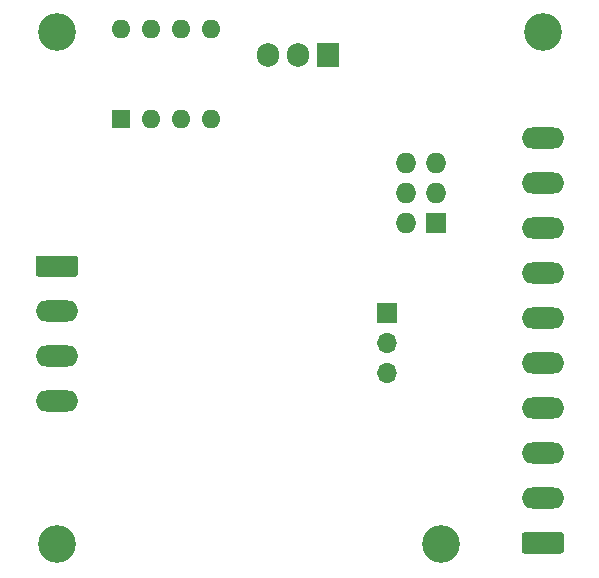
<source format=gbs>
G04 #@! TF.GenerationSoftware,KiCad,Pcbnew,5.1.9+dfsg1-1*
G04 #@! TF.CreationDate,2022-02-26T07:12:57+01:00*
G04 #@! TF.ProjectId,mobus,6d6f6275-732e-46b6-9963-61645f706362,rev?*
G04 #@! TF.SameCoordinates,Original*
G04 #@! TF.FileFunction,Soldermask,Bot*
G04 #@! TF.FilePolarity,Negative*
%FSLAX46Y46*%
G04 Gerber Fmt 4.6, Leading zero omitted, Abs format (unit mm)*
G04 Created by KiCad (PCBNEW 5.1.9+dfsg1-1) date 2022-02-26 07:12:57*
%MOMM*%
%LPD*%
G01*
G04 APERTURE LIST*
%ADD10O,3.600000X1.800000*%
%ADD11O,1.700000X1.700000*%
%ADD12R,1.700000X1.700000*%
%ADD13C,3.200000*%
%ADD14O,1.600000X1.600000*%
%ADD15R,1.600000X1.600000*%
%ADD16O,1.905000X2.000000*%
%ADD17R,1.905000X2.000000*%
%ADD18O,1.727200X1.727200*%
%ADD19R,1.727200X1.727200*%
G04 APERTURE END LIST*
D10*
X137160000Y-71183500D03*
X137160000Y-74993500D03*
X137160000Y-78803500D03*
X137160000Y-82613500D03*
X137160000Y-86423500D03*
X137160000Y-90233500D03*
X137160000Y-94043500D03*
X137160000Y-97853500D03*
X137160000Y-101663500D03*
G36*
G01*
X138710000Y-106373500D02*
X135610000Y-106373500D01*
G75*
G02*
X135360000Y-106123500I0J250000D01*
G01*
X135360000Y-104823500D01*
G75*
G02*
X135610000Y-104573500I250000J0D01*
G01*
X138710000Y-104573500D01*
G75*
G02*
X138960000Y-104823500I0J-250000D01*
G01*
X138960000Y-106123500D01*
G75*
G02*
X138710000Y-106373500I-250000J0D01*
G01*
G37*
D11*
X123952000Y-91059000D03*
X123952000Y-88519000D03*
D12*
X123952000Y-85979000D03*
D13*
X128524000Y-105537000D03*
X96012000Y-62230000D03*
X96012000Y-105537000D03*
X137160000Y-62230000D03*
D14*
X101473000Y-61976000D03*
X109093000Y-69596000D03*
X104013000Y-61976000D03*
X106553000Y-69596000D03*
X106553000Y-61976000D03*
X104013000Y-69596000D03*
X109093000Y-61976000D03*
D15*
X101473000Y-69596000D03*
D16*
X113855500Y-64135000D03*
X116395500Y-64135000D03*
D17*
X118935500Y-64135000D03*
D10*
X96012000Y-93472000D03*
X96012000Y-89662000D03*
X96012000Y-85852000D03*
G36*
G01*
X94462000Y-81142000D02*
X97562000Y-81142000D01*
G75*
G02*
X97812000Y-81392000I0J-250000D01*
G01*
X97812000Y-82692000D01*
G75*
G02*
X97562000Y-82942000I-250000J0D01*
G01*
X94462000Y-82942000D01*
G75*
G02*
X94212000Y-82692000I0J250000D01*
G01*
X94212000Y-81392000D01*
G75*
G02*
X94462000Y-81142000I250000J0D01*
G01*
G37*
D18*
X125603000Y-73342500D03*
X128143000Y-73342500D03*
X125603000Y-75882500D03*
X128143000Y-75882500D03*
X125603000Y-78422500D03*
D19*
X128143000Y-78422500D03*
M02*

</source>
